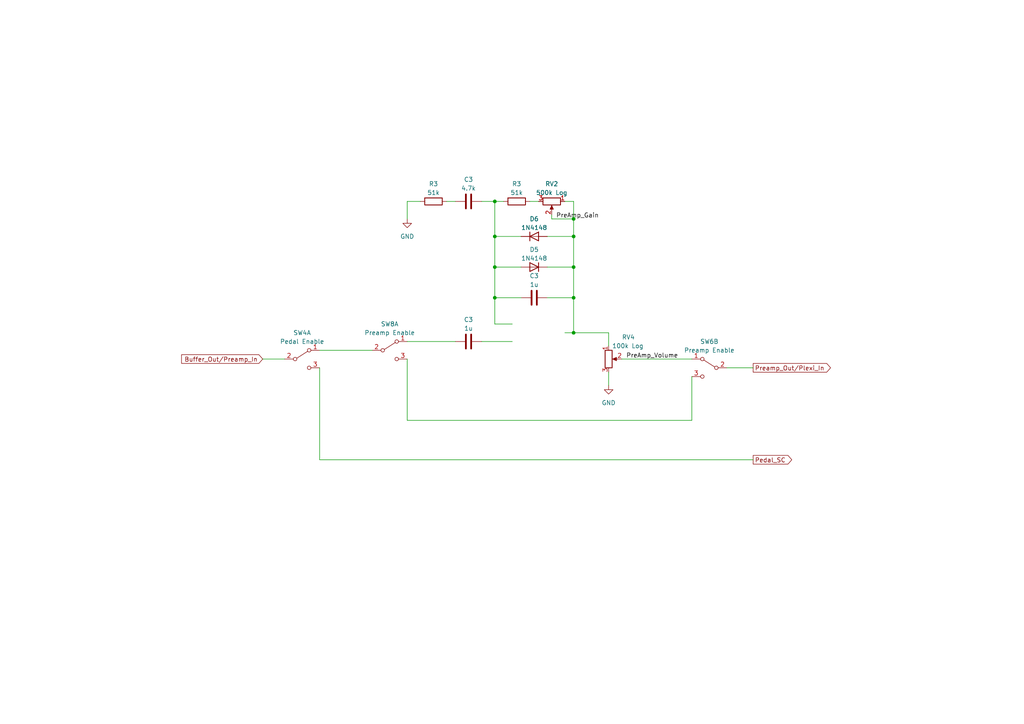
<source format=kicad_sch>
(kicad_sch (version 20230121) (generator eeschema)
  (paper "A4")
  (lib_symbols
    (symbol "CustomLib:SW_SPDT_x3" (pin_names hide)
      (property "Reference" "SW" (at 1.27 5.08 0))
      (property "Value" "SW_SPDT_x3" (at 1.27 -5.08 0))
      (symbol "SW_SPDT_x3_0_0"
        (circle (center -2.032 0) (radius 0.508))
        (circle (center 2.032 -2.54) (radius 0.508))
      )
      (symbol "SW_SPDT_x3_0_1"
        (polyline (pts (xy -1.524 0.254) (xy 1.651 2.286)))
        (circle (center 2.032 2.54) (radius 0.508))
      )
      (symbol "SW_SPDT_x3_1_1"
        (pin passive line (at 5.08 2.54 180) (length 2.54) (name "1") (number "1"))
        (pin passive line (at -5.08 0 0) (length 2.54) (name "2") (number "2"))
        (pin passive line (at 5.08 -2.54 180) (length 2.54) (name "3") (number "3"))
      )
      (symbol "SW_SPDT_x3_2_1"
        (pin passive line (at 5.08 2.54 180) (length 2.54) (name "1") (number "1"))
        (pin passive line (at -5.08 0 0) (length 2.54) (name "2") (number "2"))
        (pin passive line (at 5.08 -2.54 180) (length 2.54) (name "3") (number "3"))
      )
      (symbol "SW_SPDT_x3_3_1"
        (pin passive line (at 5.08 2.54 180) (length 2.54) (name "1") (number "1"))
        (pin passive line (at -5.08 0 0) (length 2.54) (name "2") (number "2"))
        (pin passive line (at 5.08 -2.54 180) (length 2.54) (name "3") (number "3"))
      )
    )
    (symbol "Device:R_Potentiometer" (pin_names (offset 1.016) hide)
      (property "Reference" "RV" (at -4.445 0 90))
      (property "Value" "R_Potentiometer" (at -2.54 0 90))
      (symbol "R_Potentiometer_0_1"
        (polyline (pts (xy 2.54 0) (xy 1.524 0)))
        (polyline (pts (xy 1.143 0) (xy 2.286 0.508) (xy 2.286 -0.508) (xy 1.143 0)) (fill (type outline)))
        (rectangle (start 1.016 2.54) (end -1.016 -2.54) (stroke (width 0.254)))
      )
      (symbol "R_Potentiometer_1_1"
        (pin passive line (at 0 3.81 270) (length 1.27) (name "1") (number "1"))
        (pin passive line (at 3.81 0 180) (length 1.27) (name "2") (number "2"))
        (pin passive line (at 0 -3.81 90) (length 1.27) (name "3") (number "3"))
      )
    )
    (symbol "Diode:1N4148" (pin_numbers hide) (pin_names hide)
      (property "Reference" "D" (at 0 2.54 0))
      (property "Value" "1N4148" (at 0 -2.54 0))
      (symbol "1N4148_0_1"
        (polyline (pts (xy -1.27 1.27) (xy -1.27 -1.27)) (stroke (width 0.254)))
        (polyline (pts (xy 1.27 0) (xy -1.27 0)))
        (polyline (pts (xy 1.27 1.27) (xy 1.27 -1.27) (xy -1.27 0) (xy 1.27 1.27)) (stroke (width 0.254)))
      )
      (symbol "1N4148_1_1"
        (pin passive line (at -3.81 0 0) (length 2.54) (name "K") (number "1"))
        (pin passive line (at 3.81 0 180) (length 2.54) (name "A") (number "2"))
      )
    )
    (symbol "PCM_Capacitor_AKL:C_0603" (pin_numbers hide) (pin_names (offset 0.254))
      (property "Reference" "C" (at 0.635 2.54 0))
      (property "Value" "C_0603" (at 0.635 -2.54 0))
      (symbol "C_0603_0_1"
        (polyline (pts (xy -2.032 -0.762) (xy 2.032 -0.762)) (stroke (width 0.508)))
        (polyline (pts (xy -2.032 0.762) (xy 2.032 0.762)) (stroke (width 0.508)))
      )
      (symbol "C_0603_1_1"
        (pin passive line (at 0 3.81 270) (length 2.794) (name "~") (number "1"))
        (pin passive line (at 0 -3.81 90) (length 2.794) (name "~") (number "2"))
      )
    )
    (symbol "PCM_Resistor_AKL:R_0603" (pin_numbers hide) (pin_names (offset 0))
      (property "Reference" "R" (at 2.54 1.27 0))
      (property "Value" "R_0603" (at 2.54 -1.27 0))
      (symbol "R_0603_0_1"
        (rectangle (start -1.016 -2.54) (end 1.016 2.54) (stroke (width 0.254)))
      )
      (symbol "R_0603_1_1"
        (pin passive line (at 0 3.81 270) (length 1.27) (name "~") (number "1"))
        (pin passive line (at 0 -3.81 90) (length 1.27) (name "~") (number "2"))
      )
    )
    (symbol "power:GND" (power) (pin_names (offset 0))
      (property "Value" "GND" (at 0 -3.81 0))
      (symbol "GND_0_1"
        (polyline (pts (xy 0 0) (xy 0 -1.27) (xy 1.27 -1.27) (xy 0 -2.54) (xy -1.27 -1.27) (xy 0 -1.27)))
      )
      (symbol "GND_1_1"
        (pin power_in line (at 0 0 270) (length 0) hide (name "GND") (number "1"))
      )
    )
  )
  (junction (at 166.37 96.52))
  (junction (at 166.37 63.5))
  (junction (at 143.51 77.47))
  (junction (at 166.37 77.47))
  (junction (at 143.51 68.58))
  (junction (at 143.51 58.42))
  (junction (at 166.37 86.36))
  (junction (at 166.37 68.58))
  (junction (at 143.51 86.36))
  (wire (pts (xy 92.71 106.68) (xy 92.71 133.35)))
  (wire (pts (xy 143.51 68.58) (xy 143.51 77.47)))
  (wire (pts (xy 158.75 68.58) (xy 166.37 68.58)))
  (wire (pts (xy 143.51 86.36) (xy 151.13 86.36)))
  (wire (pts (xy 176.53 96.52) (xy 166.37 96.52)))
  (wire (pts (xy 118.11 121.92) (xy 200.66 121.92)))
  (wire (pts (xy 143.51 58.42) (xy 146.05 58.42)))
  (wire (pts (xy 143.51 58.42) (xy 143.51 68.58)))
  (wire (pts (xy 158.75 77.47) (xy 166.37 77.47)))
  (wire (pts (xy 143.51 77.47) (xy 143.51 86.36)))
  (wire (pts (xy 118.11 99.06) (xy 132.08 99.06)))
  (wire (pts (xy 176.53 107.95) (xy 176.53 111.76)))
  (wire (pts (xy 166.37 63.5) (xy 166.37 68.58)))
  (wire (pts (xy 143.51 86.36) (xy 143.51 93.98)))
  (wire (pts (xy 166.37 86.36) (xy 166.37 96.52)))
  (wire (pts (xy 92.71 101.6) (xy 107.95 101.6)))
  (wire (pts (xy 166.37 58.42) (xy 166.37 63.5)))
  (wire (pts (xy 139.7 99.06) (xy 148.59 99.06)))
  (wire (pts (xy 176.53 100.33) (xy 176.53 96.52)))
  (wire (pts (xy 200.66 121.92) (xy 200.66 109.22)))
  (wire (pts (xy 139.7 58.42) (xy 143.51 58.42)))
  (wire (pts (xy 166.37 96.52) (xy 163.83 96.52)))
  (wire (pts (xy 153.67 58.42) (xy 156.21 58.42)))
  (wire (pts (xy 92.71 133.35) (xy 218.44 133.35)))
  (wire (pts (xy 163.83 58.42) (xy 166.37 58.42)))
  (wire (pts (xy 118.11 58.42) (xy 121.92 58.42)))
  (wire (pts (xy 148.59 93.98) (xy 143.51 93.98)))
  (wire (pts (xy 166.37 68.58) (xy 166.37 77.47)))
  (wire (pts (xy 129.54 58.42) (xy 132.08 58.42)))
  (wire (pts (xy 118.11 58.42) (xy 118.11 63.5)))
  (wire (pts (xy 180.34 104.14) (xy 200.66 104.14)))
  (wire (pts (xy 143.51 68.58) (xy 151.13 68.58)))
  (wire (pts (xy 160.02 63.5) (xy 166.37 63.5)))
  (wire (pts (xy 160.02 63.5) (xy 160.02 62.23)))
  (wire (pts (xy 166.37 77.47) (xy 166.37 86.36)))
  (wire (pts (xy 118.11 104.14) (xy 118.11 121.92)))
  (wire (pts (xy 76.2 104.14) (xy 82.55 104.14)))
  (wire (pts (xy 210.82 106.68) (xy 218.44 106.68)))
  (wire (pts (xy 143.51 77.47) (xy 151.13 77.47)))
  (wire (pts (xy 158.75 86.36) (xy 166.37 86.36)))
  (label "PreAmp_Volume" (at 181.61 104.14 0))
  (label "PreAmp_Gain" (at 161.29 63.5 0))
  (global_label "Buffer_Out{slash}Preamp_In" (shape input) (at 76.2 104.14 180) (property "Intersheetrefs" "${INTERSHEET_REFS}" (effects hide)))
  (global_label "Pedal_SC" (shape output) (at 218.44 133.35 0) (property "Intersheetrefs" "${INTERSHEET_REFS}" (effects hide)))
  (global_label "Preamp_Out{slash}Plexi_In" (shape output) (at 218.44 106.68 0) (property "Intersheetrefs" "${INTERSHEET_REFS}" (effects hide)))
  (symbol (lib_id "Diode:1N4148") (at 154.94 77.47 0) (mirror y) (unit 1)
    (property "Reference" "D5" (at 154.94 72.39 0))
    (property "Value" "1N4148" (at 154.94 74.93 0))
    (property "Footprint" "Diode_THT:D_DO-35_SOD27_P7.62mm_Horizontal" (effects hide))
    (property "Datasheet" "https://assets.nexperia.com/documents/data-sheet/1N4148_1N4448.pdf" (effects hide))
    (property "Sim.Device" "D" (effects hide))
    (property "Sim.Pins" "1=K 2=A" (effects hide))
  )
  (symbol (lib_id "PCM_Capacitor_AKL:C_0603") (at 135.89 99.06 90) (unit 1)
    (property "Reference" "C3" (at 135.89 92.71 90))
    (property "Value" "1u" (at 135.89 95.25 90))
    (property "Footprint" "Capacitor_SMD:C_0402_1005Metric_Pad0.74x0.62mm_HandSolder" (effects hide))
    (instances (project "CustomPlexi" (path "" (reference "C3") (unit 1)) (path "" (reference "C5") (unit 1)) (path "" (reference "C1") (unit 1))))
  )
  (symbol (lib_id "Device:R_Potentiometer") (at 176.53 104.14 0) (unit 1)
    (property "Reference" "RV4" (at 184.15 97.79 0) (effects (justify right)))
    (property "Value" "100k Log" (at 186.69 100.33 0) (effects (justify right)))
    (property "Footprint" "PCM_Potentiometer_THT_US_AKL_Double:Potentiometer_Vishay_148-149_Single_Vertical" (effects hide))
    (instances (project "CustomPlexi" (path "" (reference "RV4") (unit 1)) (path "" (reference "RV5") (unit 1)) (path "" (reference "RV9") (unit 1))))
  )
  (symbol (lib_id "Diode:1N4148") (at 154.94 68.58 0) (unit 1)
    (property "Reference" "D6" (at 154.94 63.5 0))
    (property "Value" "1N4148" (at 154.94 66.04 0))
    (property "Footprint" "Diode_THT:D_DO-35_SOD27_P7.62mm_Horizontal" (effects hide))
    (property "Datasheet" "https://assets.nexperia.com/documents/data-sheet/1N4148_1N4448.pdf" (effects hide))
    (property "Sim.Device" "D" (effects hide))
    (property "Sim.Pins" "1=K 2=A" (effects hide))
  )
  (symbol (lib_id "PCM_Resistor_AKL:R_0603") (at 125.73 58.42 270) (unit 1)
    (property "Reference" "R3" (at 125.73 53.34 90))
    (property "Value" "51k" (at 125.73 55.88 90))
    (property "Footprint" "Resistor_SMD:R_0402_1005Metric_Pad0.72x0.64mm_HandSolder" (effects hide))
    (instances (project "CustomPlexi" (path "" (reference "R3") (unit 1)) (path "" (reference "R8") (unit 1)) (path "" (reference "R3") (unit 1))))
  )
  (symbol (lib_id "power:GND") (at 176.53 111.76 0) (unit 1)
    (property "Reference" "#PWR01" (effects hide))
    (property "Value" "GND" (at 176.53 116.84 0))
    (instances (project "CustomPlexi" (path "" (reference "#PWR01") (unit 1)) (path "" (reference "#PWR03") (unit 1)) (path "" (reference "#PWR06") (unit 1))))
  )
  (symbol (lib_id "CustomLib:SW_SPDT_x3") (at 113.03 101.6 0) (unit 1)
    (property "Reference" "SW8" (at 113.03 93.98 0))
    (property "Value" "Preamp Enable" (at 113.03 96.52 0))
    (property "Footprint" "CustomLib:SW_SPST_x3_PinHeader2.54mm" (effects hide))
  )
  (symbol (lib_id "Device:R_Potentiometer") (at 160.02 58.42 270) (unit 1)
    (property "Reference" "RV2" (at 160.02 53.34 90))
    (property "Value" "500k Log" (at 160.02 55.88 90))
    (property "Footprint" "PCM_Potentiometer_THT_US_AKL_Double:Potentiometer_Vishay_148-149_Single_Vertical" (effects hide))
    (instances (project "CustomPlexi" (path "" (reference "RV2") (unit 1)) (path "" (reference "RV2") (unit 1)) (path "" (reference "RV1") (unit 1))))
  )
  (symbol (lib_id "CustomLib:SW_SPDT_x3") (at 87.63 104.14 0) (unit 1)
    (property "Reference" "SW4" (at 87.63 96.52 0))
    (property "Value" "Pedal Enable" (at 87.63 99.06 0))
    (property "Footprint" "CustomLib:SW_SPST_x3_PinHeader2.54mm" (effects hide))
  )
  (symbol (lib_id "PCM_Resistor_AKL:R_0603") (at 149.86 58.42 270) (unit 1)
    (property "Reference" "R3" (at 149.86 53.34 90))
    (property "Value" "51k" (at 149.86 55.88 90))
    (property "Footprint" "Resistor_SMD:R_0402_1005Metric_Pad0.72x0.64mm_HandSolder" (effects hide))
    (instances (project "CustomPlexi" (path "" (reference "R3") (unit 1)) (path "" (reference "R8") (unit 1)) (path "" (reference "R1") (unit 1))))
  )
  (symbol (lib_id "PCM_Capacitor_AKL:C_0603") (at 135.89 58.42 90) (unit 1)
    (property "Reference" "C3" (at 135.89 52.07 90))
    (property "Value" "4.7k" (at 135.89 54.61 90))
    (property "Footprint" "Capacitor_SMD:C_0402_1005Metric_Pad0.74x0.62mm_HandSolder" (effects hide))
    (instances (project "CustomPlexi" (path "" (reference "C3") (unit 1)) (path "" (reference "C5") (unit 1)) (path "" (reference "C9") (unit 1))))
  )
  (symbol (lib_id "PCM_Capacitor_AKL:C_0603") (at 154.94 86.36 90) (unit 1)
    (property "Reference" "C3" (at 154.94 80.01 90))
    (property "Value" "1u" (at 154.94 82.55 90))
    (property "Footprint" "Capacitor_SMD:C_0402_1005Metric_Pad0.74x0.62mm_HandSolder" (effects hide))
    (instances (project "CustomPlexi" (path "" (reference "C3") (unit 1)) (path "" (reference "C5") (unit 1)) (path "" (reference "C2") (unit 1))))
  )
  (symbol (lib_id "CustomLib:SW_SPDT_x3") (at 205.74 106.68 0) (mirror y) (unit 2)
    (property "Reference" "SW6" (at 205.74 99.06 0))
    (property "Value" "Preamp Enable" (at 205.74 101.6 0))
    (property "Footprint" "CustomLib:SW_SPST_x3_PinHeader2.54mm" (effects hide))
  )
  (symbol (lib_id "power:GND") (at 118.11 63.5 0) (unit 1)
    (property "Reference" "#PWR01" (effects hide))
    (property "Value" "GND" (at 118.11 68.58 0))
    (instances (project "CustomPlexi" (path "" (reference "#PWR01") (unit 1)) (path "" (reference "#PWR03") (unit 1)) (path "" (reference "#PWR02") (unit 1))))
  )
)
</source>
